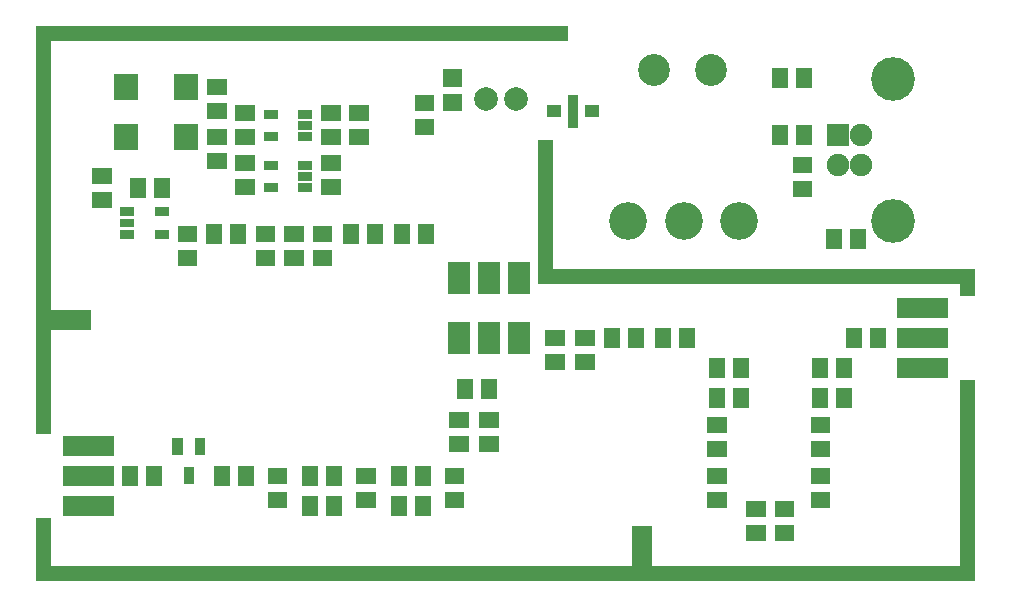
<source format=gts>
G04 Layer: TopSolderMaskLayer*
G04 EasyEDA v6.4.7, 2020-09-29T11:03:38+03:00*
G04 9486de1159244eee9c784153b90ba1e7,e225996ff9fb4a0db64c6d6541834e49,10*
G04 Gerber Generator version 0.2*
G04 Scale: 100 percent, Rotated: No, Reflected: No *
G04 Dimensions in millimeters *
G04 leading zeros omitted , absolute positions ,3 integer and 3 decimal *
%FSLAX33Y33*%
%MOMM*%
G90*
D02*

%ADD48R,4.267200X1.727200*%
%ADD49C,3.703066*%
%ADD50C,1.903197*%
%ADD55C,3.203194*%
%ADD56C,2.703195*%
%ADD58C,2.003196*%

%LPD*%
G36*
G01X50444Y406D02*
G01X50444Y4673D01*
G01X52171Y4673D01*
G01X52171Y406D01*
G01X50444Y406D01*
G37*
G54D48*
G01X2540Y22098D03*
G36*
G01X2311Y10566D02*
G01X2311Y12293D01*
G01X6578Y12293D01*
G01X6578Y10566D01*
G01X2311Y10566D01*
G37*
G36*
G01X2311Y8026D02*
G01X2311Y9753D01*
G01X6578Y9753D01*
G01X6578Y8026D01*
G01X2311Y8026D01*
G37*
G36*
G01X2311Y5486D02*
G01X2311Y7213D01*
G01X6578Y7213D01*
G01X6578Y5486D01*
G01X2311Y5486D01*
G37*
G36*
G01X72925Y17170D02*
G01X72925Y18897D01*
G01X77193Y18897D01*
G01X77193Y17170D01*
G01X72925Y17170D01*
G37*
G36*
G01X72925Y19710D02*
G01X72925Y21437D01*
G01X77193Y21437D01*
G01X77193Y19710D01*
G01X72925Y19710D01*
G37*
G36*
G01X72925Y22250D02*
G01X72925Y23977D01*
G01X77193Y23977D01*
G01X77193Y22250D01*
G01X72925Y22250D01*
G37*
G54D49*
G01X72603Y42504D03*
G01X72603Y30464D03*
G54D50*
G01X69893Y37734D03*
G01X69893Y35232D03*
G36*
G01X66949Y36784D02*
G01X66949Y38686D01*
G01X68851Y38686D01*
G01X68851Y36784D01*
G01X66949Y36784D01*
G37*
G01X67891Y35234D03*
G36*
G01X62311Y41709D02*
G01X62311Y43380D01*
G01X63672Y43380D01*
G01X63672Y41709D01*
G01X62311Y41709D01*
G37*
G36*
G01X64343Y41709D02*
G01X64343Y43380D01*
G01X65704Y43380D01*
G01X65704Y41709D01*
G01X64343Y41709D01*
G37*
G36*
G01X64343Y36908D02*
G01X64343Y38562D01*
G01X65704Y38562D01*
G01X65704Y36908D01*
G01X64343Y36908D01*
G37*
G36*
G01X62311Y36908D02*
G01X62311Y38562D01*
G01X63672Y38562D01*
G01X63672Y36908D01*
G01X62311Y36908D01*
G37*
G36*
G01X64061Y32522D02*
G01X64061Y33883D01*
G01X65732Y33883D01*
G01X65732Y32522D01*
G01X64061Y32522D01*
G37*
G36*
G01X64061Y34554D02*
G01X64061Y35915D01*
G01X65732Y35915D01*
G01X65732Y34554D01*
G01X64061Y34554D01*
G37*
G36*
G01X66883Y28120D02*
G01X66883Y29791D01*
G01X68244Y29791D01*
G01X68244Y28120D01*
G01X66883Y28120D01*
G37*
G36*
G01X68915Y28120D02*
G01X68915Y29791D01*
G01X70276Y29791D01*
G01X70276Y28120D01*
G01X68915Y28120D01*
G37*
G54D55*
G01X50164Y30485D03*
G01X54863Y30485D03*
G01X59562Y30485D03*
G54D56*
G01X52366Y43200D03*
G01X57149Y43200D03*
G36*
G01X34505Y39728D02*
G01X34505Y41231D01*
G01X36108Y41231D01*
G01X36108Y39728D01*
G01X34505Y39728D01*
G37*
G36*
G01X34505Y41828D02*
G01X34505Y43332D01*
G01X36108Y43332D01*
G01X36108Y41828D01*
G01X34505Y41828D01*
G37*
G54D58*
G01X40640Y40767D03*
G01X38100Y40767D03*
G36*
G01X16883Y36911D02*
G01X16883Y38272D01*
G01X18554Y38272D01*
G01X18554Y36911D01*
G01X16883Y36911D01*
G37*
G36*
G01X16883Y38943D02*
G01X16883Y40304D01*
G01X18554Y40304D01*
G01X18554Y38943D01*
G01X16883Y38943D01*
G37*
G36*
G01X22171Y39093D02*
G01X22171Y39847D01*
G01X23375Y39847D01*
G01X23375Y39093D01*
G01X22171Y39093D01*
G37*
G36*
G01X19276Y39093D02*
G01X19276Y39847D01*
G01X20480Y39847D01*
G01X20480Y39093D01*
G01X19276Y39093D01*
G37*
G36*
G01X19276Y37213D02*
G01X19276Y37967D01*
G01X20480Y37967D01*
G01X20480Y37213D01*
G01X19276Y37213D01*
G37*
G36*
G01X22171Y37213D02*
G01X22171Y37967D01*
G01X23375Y37967D01*
G01X23375Y37213D01*
G01X22171Y37213D01*
G37*
G36*
G01X22171Y38153D02*
G01X22171Y38907D01*
G01X23375Y38907D01*
G01X23375Y38153D01*
G01X22171Y38153D01*
G37*
G36*
G01X24119Y38943D02*
G01X24119Y40304D01*
G01X25793Y40304D01*
G01X25793Y38943D01*
G01X24119Y38943D01*
G37*
G36*
G01X24119Y36911D02*
G01X24119Y38272D01*
G01X25793Y38272D01*
G01X25793Y36911D01*
G01X24119Y36911D01*
G37*
G36*
G01X26535Y36911D02*
G01X26535Y38272D01*
G01X28206Y38272D01*
G01X28206Y36911D01*
G01X26535Y36911D01*
G37*
G36*
G01X26535Y38943D02*
G01X26535Y40304D01*
G01X28206Y40304D01*
G01X28206Y38943D01*
G01X26535Y38943D01*
G37*
G36*
G01X11991Y26624D02*
G01X11991Y27985D01*
G01X13662Y27985D01*
G01X13662Y26624D01*
G01X11991Y26624D01*
G37*
G36*
G01X11991Y28656D02*
G01X11991Y30017D01*
G01X13662Y30017D01*
G01X13662Y28656D01*
G01X11991Y28656D01*
G37*
G36*
G01X14432Y28501D02*
G01X14432Y30172D01*
G01X15793Y30172D01*
G01X15793Y28501D01*
G01X14432Y28501D01*
G37*
G36*
G01X16464Y28501D02*
G01X16464Y30172D01*
G01X17825Y30172D01*
G01X17825Y28501D01*
G01X16464Y28501D01*
G37*
G36*
G01X18595Y28656D02*
G01X18595Y30017D01*
G01X20266Y30017D01*
G01X20266Y28656D01*
G01X18595Y28656D01*
G37*
G36*
G01X18595Y26624D02*
G01X18595Y27985D01*
G01X20266Y27985D01*
G01X20266Y26624D01*
G01X18595Y26624D01*
G37*
G36*
G01X21008Y28656D02*
G01X21008Y30017D01*
G01X22679Y30017D01*
G01X22679Y28656D01*
G01X21008Y28656D01*
G37*
G36*
G01X21008Y26624D02*
G01X21008Y27985D01*
G01X22679Y27985D01*
G01X22679Y26624D01*
G01X21008Y26624D01*
G37*
G36*
G01X23421Y28656D02*
G01X23421Y30017D01*
G01X25092Y30017D01*
G01X25092Y28656D01*
G01X23421Y28656D01*
G37*
G36*
G01X23421Y26624D02*
G01X23421Y27985D01*
G01X25092Y27985D01*
G01X25092Y26624D01*
G01X23421Y26624D01*
G37*
G36*
G01X28021Y28501D02*
G01X28021Y30172D01*
G01X29382Y30172D01*
G01X29382Y28501D01*
G01X28021Y28501D01*
G37*
G36*
G01X25989Y28501D02*
G01X25989Y30172D01*
G01X27350Y30172D01*
G01X27350Y28501D01*
G01X25989Y28501D01*
G37*
G36*
G01X30307Y28501D02*
G01X30307Y30172D01*
G01X31668Y30172D01*
G01X31668Y28501D01*
G01X30307Y28501D01*
G37*
G36*
G01X32339Y28501D02*
G01X32339Y30172D01*
G01X33700Y30172D01*
G01X33700Y28501D01*
G01X32339Y28501D01*
G37*
G36*
G01X7320Y8054D02*
G01X7320Y9725D01*
G01X8681Y9725D01*
G01X8681Y8054D01*
G01X7320Y8054D01*
G37*
G36*
G01X9352Y8054D02*
G01X9352Y9725D01*
G01X10713Y9725D01*
G01X10713Y8054D01*
G01X9352Y8054D01*
G37*
G36*
G01X15067Y8054D02*
G01X15067Y9725D01*
G01X16428Y9725D01*
G01X16428Y8054D01*
G01X15067Y8054D01*
G37*
G36*
G01X17099Y8054D02*
G01X17099Y9725D01*
G01X18460Y9725D01*
G01X18460Y8054D01*
G01X17099Y8054D01*
G37*
G36*
G01X19611Y8209D02*
G01X19611Y9570D01*
G01X21282Y9570D01*
G01X21282Y8209D01*
G01X19611Y8209D01*
G37*
G36*
G01X19611Y6177D02*
G01X19611Y7538D01*
G01X21282Y7538D01*
G01X21282Y6177D01*
G01X19611Y6177D01*
G37*
G36*
G01X22560Y8054D02*
G01X22560Y9725D01*
G01X23921Y9725D01*
G01X23921Y8054D01*
G01X22560Y8054D01*
G37*
G36*
G01X24592Y8054D02*
G01X24592Y9725D01*
G01X25953Y9725D01*
G01X25953Y8054D01*
G01X24592Y8054D01*
G37*
G36*
G01X22560Y5514D02*
G01X22560Y7185D01*
G01X23921Y7185D01*
G01X23921Y5514D01*
G01X22560Y5514D01*
G37*
G36*
G01X24592Y5514D02*
G01X24592Y7185D01*
G01X25953Y7185D01*
G01X25953Y5514D01*
G01X24592Y5514D01*
G37*
G36*
G01X27104Y6177D02*
G01X27104Y7538D01*
G01X28775Y7538D01*
G01X28775Y6177D01*
G01X27104Y6177D01*
G37*
G36*
G01X27104Y8209D02*
G01X27104Y9570D01*
G01X28775Y9570D01*
G01X28775Y8209D01*
G01X27104Y8209D01*
G37*
G36*
G01X30053Y8054D02*
G01X30053Y9725D01*
G01X31414Y9725D01*
G01X31414Y8054D01*
G01X30053Y8054D01*
G37*
G36*
G01X32085Y8054D02*
G01X32085Y9725D01*
G01X33446Y9725D01*
G01X33446Y8054D01*
G01X32085Y8054D01*
G37*
G36*
G01X30053Y5514D02*
G01X30053Y7185D01*
G01X31414Y7185D01*
G01X31414Y5514D01*
G01X30053Y5514D01*
G37*
G36*
G01X32085Y5514D02*
G01X32085Y7185D01*
G01X33446Y7185D01*
G01X33446Y5514D01*
G01X32085Y5514D01*
G37*
G36*
G01X34597Y6177D02*
G01X34597Y7538D01*
G01X36268Y7538D01*
G01X36268Y6177D01*
G01X34597Y6177D01*
G37*
G36*
G01X34597Y8209D02*
G01X34597Y9570D01*
G01X36268Y9570D01*
G01X36268Y8209D01*
G01X34597Y8209D01*
G37*
G36*
G01X37518Y10876D02*
G01X37518Y12237D01*
G01X39189Y12237D01*
G01X39189Y10876D01*
G01X37518Y10876D01*
G37*
G36*
G01X37518Y12908D02*
G01X37518Y14269D01*
G01X39189Y14269D01*
G01X39189Y12908D01*
G01X37518Y12908D01*
G37*
G36*
G01X34978Y10876D02*
G01X34978Y12237D01*
G01X36649Y12237D01*
G01X36649Y10876D01*
G01X34978Y10876D01*
G37*
G36*
G01X34978Y12908D02*
G01X34978Y14269D01*
G01X36649Y14269D01*
G01X36649Y12908D01*
G01X34978Y12908D01*
G37*
G36*
G01X35641Y15420D02*
G01X35641Y17091D01*
G01X37002Y17091D01*
G01X37002Y15420D01*
G01X35641Y15420D01*
G37*
G36*
G01X37673Y15420D02*
G01X37673Y17091D01*
G01X39034Y17091D01*
G01X39034Y15420D01*
G01X37673Y15420D01*
G37*
G36*
G01X12501Y8163D02*
G01X12501Y9616D01*
G01X13406Y9616D01*
G01X13406Y8163D01*
G01X12501Y8163D01*
G37*
G36*
G01X11551Y10662D02*
G01X11551Y12115D01*
G01X12456Y12115D01*
G01X12456Y10662D01*
G01X11551Y10662D01*
G37*
G36*
G01X13451Y10662D02*
G01X13451Y12115D01*
G01X14356Y12115D01*
G01X14356Y10662D01*
G01X13451Y10662D01*
G37*
G36*
G01X43106Y17861D02*
G01X43106Y19222D01*
G01X44777Y19222D01*
G01X44777Y17861D01*
G01X43106Y17861D01*
G37*
G36*
G01X43106Y19893D02*
G01X43106Y21254D01*
G01X44777Y21254D01*
G01X44777Y19893D01*
G01X43106Y19893D01*
G37*
G36*
G01X45646Y17861D02*
G01X45646Y19222D01*
G01X47317Y19222D01*
G01X47317Y17861D01*
G01X45646Y17861D01*
G37*
G36*
G01X45646Y19893D02*
G01X45646Y21254D01*
G01X47317Y21254D01*
G01X47317Y19893D01*
G01X45646Y19893D01*
G37*
G36*
G01X50119Y19738D02*
G01X50119Y21409D01*
G01X51480Y21409D01*
G01X51480Y19738D01*
G01X50119Y19738D01*
G37*
G36*
G01X48087Y19738D02*
G01X48087Y21409D01*
G01X49448Y21409D01*
G01X49448Y19738D01*
G01X48087Y19738D01*
G37*
G36*
G01X52405Y19738D02*
G01X52405Y21409D01*
G01X53766Y21409D01*
G01X53766Y19738D01*
G01X52405Y19738D01*
G37*
G36*
G01X54437Y19738D02*
G01X54437Y21409D01*
G01X55798Y21409D01*
G01X55798Y19738D01*
G01X54437Y19738D01*
G37*
G36*
G01X59009Y17198D02*
G01X59009Y18869D01*
G01X60370Y18869D01*
G01X60370Y17198D01*
G01X59009Y17198D01*
G37*
G36*
G01X56977Y17198D02*
G01X56977Y18869D01*
G01X58338Y18869D01*
G01X58338Y17198D01*
G01X56977Y17198D01*
G37*
G36*
G01X59009Y14658D02*
G01X59009Y16329D01*
G01X60370Y16329D01*
G01X60370Y14658D01*
G01X59009Y14658D01*
G37*
G36*
G01X56977Y14658D02*
G01X56977Y16329D01*
G01X58338Y16329D01*
G01X58338Y14658D01*
G01X56977Y14658D01*
G37*
G36*
G01X56822Y10495D02*
G01X56822Y11856D01*
G01X58493Y11856D01*
G01X58493Y10495D01*
G01X56822Y10495D01*
G37*
G36*
G01X56822Y12527D02*
G01X56822Y13888D01*
G01X58493Y13888D01*
G01X58493Y12527D01*
G01X56822Y12527D01*
G37*
G36*
G01X56822Y8209D02*
G01X56822Y9570D01*
G01X58493Y9570D01*
G01X58493Y8209D01*
G01X56822Y8209D01*
G37*
G36*
G01X56822Y6177D02*
G01X56822Y7538D01*
G01X58493Y7538D01*
G01X58493Y6177D01*
G01X56822Y6177D01*
G37*
G36*
G01X60124Y5415D02*
G01X60124Y6776D01*
G01X61795Y6776D01*
G01X61795Y5415D01*
G01X60124Y5415D01*
G37*
G36*
G01X60124Y3383D02*
G01X60124Y4744D01*
G01X61795Y4744D01*
G01X61795Y3383D01*
G01X60124Y3383D01*
G37*
G36*
G01X62537Y5415D02*
G01X62537Y6776D01*
G01X64208Y6776D01*
G01X64208Y5415D01*
G01X62537Y5415D01*
G37*
G36*
G01X62537Y3383D02*
G01X62537Y4744D01*
G01X64208Y4744D01*
G01X64208Y3383D01*
G01X62537Y3383D01*
G37*
G36*
G01X65585Y8209D02*
G01X65585Y9570D01*
G01X67256Y9570D01*
G01X67256Y8209D01*
G01X65585Y8209D01*
G37*
G36*
G01X65585Y6177D02*
G01X65585Y7538D01*
G01X67256Y7538D01*
G01X67256Y6177D01*
G01X65585Y6177D01*
G37*
G36*
G01X65585Y12527D02*
G01X65585Y13888D01*
G01X67256Y13888D01*
G01X67256Y12527D01*
G01X65585Y12527D01*
G37*
G36*
G01X65585Y10495D02*
G01X65585Y11856D01*
G01X67256Y11856D01*
G01X67256Y10495D01*
G01X65585Y10495D01*
G37*
G36*
G01X65740Y14658D02*
G01X65740Y16329D01*
G01X67101Y16329D01*
G01X67101Y14658D01*
G01X65740Y14658D01*
G37*
G36*
G01X67772Y14658D02*
G01X67772Y16329D01*
G01X69133Y16329D01*
G01X69133Y14658D01*
G01X67772Y14658D01*
G37*
G36*
G01X65740Y17198D02*
G01X65740Y18869D01*
G01X67101Y18869D01*
G01X67101Y17198D01*
G01X65740Y17198D01*
G37*
G36*
G01X67772Y17198D02*
G01X67772Y18869D01*
G01X69133Y18869D01*
G01X69133Y17198D01*
G01X67772Y17198D01*
G37*
G36*
G01X68572Y19738D02*
G01X68572Y21409D01*
G01X69936Y21409D01*
G01X69936Y19738D01*
G01X68572Y19738D01*
G37*
G36*
G01X70604Y19738D02*
G01X70604Y21409D01*
G01X71968Y21409D01*
G01X71968Y19738D01*
G01X70604Y19738D01*
G37*
G36*
G01X34886Y19202D02*
G01X34886Y21945D01*
G01X36741Y21945D01*
G01X36741Y19202D01*
G01X34886Y19202D01*
G37*
G36*
G01X37426Y19202D02*
G01X37426Y21945D01*
G01X39281Y21945D01*
G01X39281Y19202D01*
G01X37426Y19202D01*
G37*
G36*
G01X39966Y19202D02*
G01X39966Y21945D01*
G01X41821Y21945D01*
G01X41821Y19202D01*
G01X39966Y19202D01*
G37*
G36*
G01X39966Y24282D02*
G01X39966Y27025D01*
G01X41821Y27025D01*
G01X41821Y24282D01*
G01X39966Y24282D01*
G37*
G36*
G01X37426Y24282D02*
G01X37426Y27025D01*
G01X39281Y27025D01*
G01X39281Y24282D01*
G01X37426Y24282D01*
G37*
G36*
G01X34886Y24282D02*
G01X34886Y27025D01*
G01X36741Y27025D01*
G01X36741Y24282D01*
G01X34886Y24282D01*
G37*
G36*
G01X11699Y36489D02*
G01X11699Y38691D01*
G01X13703Y38691D01*
G01X13703Y36489D01*
G01X11699Y36489D01*
G37*
G36*
G01X11699Y40680D02*
G01X11699Y42882D01*
G01X13703Y42882D01*
G01X13703Y40680D01*
G01X11699Y40680D01*
G37*
G36*
G01X6619Y40680D02*
G01X6619Y42882D01*
G01X8623Y42882D01*
G01X8623Y40680D01*
G01X6619Y40680D01*
G37*
G36*
G01X6619Y36489D02*
G01X6619Y38691D01*
G01X8623Y38691D01*
G01X8623Y36489D01*
G01X6619Y36489D01*
G37*
G36*
G01X14521Y34879D02*
G01X14521Y36240D01*
G01X16192Y36240D01*
G01X16192Y34879D01*
G01X14521Y34879D01*
G37*
G36*
G01X14521Y36911D02*
G01X14521Y38272D01*
G01X16192Y38272D01*
G01X16192Y36911D01*
G01X14521Y36911D01*
G37*
G36*
G01X14521Y39070D02*
G01X14521Y40431D01*
G01X16192Y40431D01*
G01X16192Y39070D01*
G01X14521Y39070D01*
G37*
G36*
G01X14521Y41102D02*
G01X14521Y42463D01*
G01X16192Y42463D01*
G01X16192Y41102D01*
G01X14521Y41102D01*
G37*
G36*
G01X22171Y33860D02*
G01X22171Y34615D01*
G01X23373Y34615D01*
G01X23373Y33860D01*
G01X22171Y33860D01*
G37*
G36*
G01X22171Y34800D02*
G01X22171Y35554D01*
G01X23373Y35554D01*
G01X23373Y34800D01*
G01X22171Y34800D01*
G37*
G36*
G01X19276Y34800D02*
G01X19276Y35554D01*
G01X20477Y35554D01*
G01X20477Y34800D01*
G01X19276Y34800D01*
G37*
G36*
G01X19276Y32920D02*
G01X19276Y33675D01*
G01X20477Y33675D01*
G01X20477Y32920D01*
G01X19276Y32920D01*
G37*
G36*
G01X22171Y32920D02*
G01X22171Y33675D01*
G01X23373Y33675D01*
G01X23373Y32920D01*
G01X22171Y32920D01*
G37*
G36*
G01X24119Y32618D02*
G01X24119Y33980D01*
G01X25793Y33980D01*
G01X25793Y32618D01*
G01X24119Y32618D01*
G37*
G36*
G01X24119Y34650D02*
G01X24119Y36012D01*
G01X25793Y36012D01*
G01X25793Y34650D01*
G01X24119Y34650D01*
G37*
G36*
G01X7109Y30861D02*
G01X7109Y31612D01*
G01X8310Y31612D01*
G01X8310Y30861D01*
G01X7109Y30861D01*
G37*
G36*
G01X10109Y30861D02*
G01X10109Y31612D01*
G01X11310Y31612D01*
G01X11310Y30861D01*
G01X10109Y30861D01*
G37*
G36*
G01X10109Y28961D02*
G01X10109Y29712D01*
G01X11310Y29712D01*
G01X11310Y28961D01*
G01X10109Y28961D01*
G37*
G36*
G01X7109Y28961D02*
G01X7109Y29712D01*
G01X8310Y29712D01*
G01X8310Y28961D01*
G01X7109Y28961D01*
G37*
G36*
G01X7109Y29911D02*
G01X7109Y30662D01*
G01X8310Y30662D01*
G01X8310Y29911D01*
G01X7109Y29911D01*
G37*
G36*
G01X9987Y32438D02*
G01X9987Y34109D01*
G01X11348Y34109D01*
G01X11348Y32438D01*
G01X9987Y32438D01*
G37*
G36*
G01X7955Y32438D02*
G01X7955Y34109D01*
G01X9316Y34109D01*
G01X9316Y32438D01*
G01X7955Y32438D01*
G37*
G36*
G01X16883Y34648D02*
G01X16883Y36012D01*
G01X18554Y36012D01*
G01X18554Y34648D01*
G01X16883Y34648D01*
G37*
G36*
G01X16883Y32616D02*
G01X16883Y33980D01*
G01X18554Y33980D01*
G01X18554Y32616D01*
G01X16883Y32616D01*
G37*
G36*
G01X32057Y37764D02*
G01X32057Y39128D01*
G01X33728Y39128D01*
G01X33728Y37764D01*
G01X32057Y37764D01*
G37*
G36*
G01X32057Y39796D02*
G01X32057Y41160D01*
G01X33728Y41160D01*
G01X33728Y39796D01*
G01X32057Y39796D01*
G37*
G36*
G01X4752Y33609D02*
G01X4752Y34970D01*
G01X6423Y34970D01*
G01X6423Y33609D01*
G01X4752Y33609D01*
G37*
G36*
G01X4752Y31577D02*
G01X4752Y32938D01*
G01X6423Y32938D01*
G01X6423Y31577D01*
G01X4752Y31577D01*
G37*
G36*
G01X46464Y39250D02*
G01X46464Y40253D01*
G01X47668Y40253D01*
G01X47668Y39250D01*
G01X46464Y39250D01*
G37*
G36*
G01X43263Y39248D02*
G01X43263Y40251D01*
G01X44467Y40251D01*
G01X44467Y39248D01*
G01X43263Y39248D01*
G37*
G36*
G01X45064Y38348D02*
G01X45064Y41153D01*
G01X45867Y41153D01*
G01X45867Y38348D01*
G01X45064Y38348D01*
G37*

%LPD*%
G36*
G01X1270Y5334D02*
G01X0Y5334D01*
G01X0Y0D01*
G01X1270Y0D01*
G01X1270Y5334D01*
G37*

%LPD*%
G36*
G01X79502Y1270D02*
G01X254Y1270D01*
G01X254Y0D01*
G01X79502Y0D01*
G01X79502Y1270D01*
G37*

%LPD*%
G36*
G01X79502Y17018D02*
G01X78232Y17018D01*
G01X78232Y0D01*
G01X79502Y0D01*
G01X79502Y17018D01*
G37*

%LPD*%
G36*
G01X1270Y46990D02*
G01X0Y46990D01*
G01X0Y12446D01*
G01X1270Y12446D01*
G01X1270Y46990D01*
G37*

%LPD*%
G36*
G01X45085Y46990D02*
G01X254Y46990D01*
G01X254Y45720D01*
G01X45085Y45720D01*
G01X45085Y46990D01*
G37*

%LPD*%
G36*
G01X79502Y26416D02*
G01X78232Y26416D01*
G01X78232Y24130D01*
G01X79502Y24130D01*
G01X79502Y26416D01*
G37*

%LPD*%
G36*
G01X79502Y26416D02*
G01X42545Y26416D01*
G01X42545Y25146D01*
G01X79502Y25146D01*
G01X79502Y26416D01*
G37*

%LPD*%
G36*
G01X43815Y37338D02*
G01X42545Y37338D01*
G01X42545Y25146D01*
G01X43815Y25146D01*
G01X43815Y37338D01*
G37*
M00*
M02*

</source>
